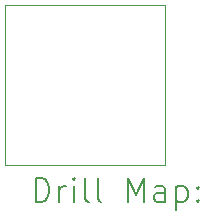
<source format=gbr>
%TF.GenerationSoftware,KiCad,Pcbnew,8.0.4*%
%TF.CreationDate,2024-09-30T00:27:13-04:00*%
%TF.ProjectId,AK_test,414b5f74-6573-4742-9e6b-696361645f70,rev?*%
%TF.SameCoordinates,Original*%
%TF.FileFunction,Drillmap*%
%TF.FilePolarity,Positive*%
%FSLAX45Y45*%
G04 Gerber Fmt 4.5, Leading zero omitted, Abs format (unit mm)*
G04 Created by KiCad (PCBNEW 8.0.4) date 2024-09-30 00:27:13*
%MOMM*%
%LPD*%
G01*
G04 APERTURE LIST*
%ADD10C,0.050000*%
%ADD11C,0.200000*%
G04 APERTURE END LIST*
D10*
X11375000Y-6100000D02*
X12725000Y-6100000D01*
X12725000Y-7450000D01*
X11375000Y-7450000D01*
X11375000Y-6100000D01*
D11*
X11633277Y-7763984D02*
X11633277Y-7563984D01*
X11633277Y-7563984D02*
X11680896Y-7563984D01*
X11680896Y-7563984D02*
X11709467Y-7573508D01*
X11709467Y-7573508D02*
X11728515Y-7592555D01*
X11728515Y-7592555D02*
X11738039Y-7611603D01*
X11738039Y-7611603D02*
X11747562Y-7649698D01*
X11747562Y-7649698D02*
X11747562Y-7678269D01*
X11747562Y-7678269D02*
X11738039Y-7716365D01*
X11738039Y-7716365D02*
X11728515Y-7735412D01*
X11728515Y-7735412D02*
X11709467Y-7754460D01*
X11709467Y-7754460D02*
X11680896Y-7763984D01*
X11680896Y-7763984D02*
X11633277Y-7763984D01*
X11833277Y-7763984D02*
X11833277Y-7630650D01*
X11833277Y-7668746D02*
X11842801Y-7649698D01*
X11842801Y-7649698D02*
X11852324Y-7640174D01*
X11852324Y-7640174D02*
X11871372Y-7630650D01*
X11871372Y-7630650D02*
X11890420Y-7630650D01*
X11957086Y-7763984D02*
X11957086Y-7630650D01*
X11957086Y-7563984D02*
X11947562Y-7573508D01*
X11947562Y-7573508D02*
X11957086Y-7583031D01*
X11957086Y-7583031D02*
X11966610Y-7573508D01*
X11966610Y-7573508D02*
X11957086Y-7563984D01*
X11957086Y-7563984D02*
X11957086Y-7583031D01*
X12080896Y-7763984D02*
X12061848Y-7754460D01*
X12061848Y-7754460D02*
X12052324Y-7735412D01*
X12052324Y-7735412D02*
X12052324Y-7563984D01*
X12185658Y-7763984D02*
X12166610Y-7754460D01*
X12166610Y-7754460D02*
X12157086Y-7735412D01*
X12157086Y-7735412D02*
X12157086Y-7563984D01*
X12414229Y-7763984D02*
X12414229Y-7563984D01*
X12414229Y-7563984D02*
X12480896Y-7706841D01*
X12480896Y-7706841D02*
X12547562Y-7563984D01*
X12547562Y-7563984D02*
X12547562Y-7763984D01*
X12728515Y-7763984D02*
X12728515Y-7659222D01*
X12728515Y-7659222D02*
X12718991Y-7640174D01*
X12718991Y-7640174D02*
X12699943Y-7630650D01*
X12699943Y-7630650D02*
X12661848Y-7630650D01*
X12661848Y-7630650D02*
X12642801Y-7640174D01*
X12728515Y-7754460D02*
X12709467Y-7763984D01*
X12709467Y-7763984D02*
X12661848Y-7763984D01*
X12661848Y-7763984D02*
X12642801Y-7754460D01*
X12642801Y-7754460D02*
X12633277Y-7735412D01*
X12633277Y-7735412D02*
X12633277Y-7716365D01*
X12633277Y-7716365D02*
X12642801Y-7697317D01*
X12642801Y-7697317D02*
X12661848Y-7687793D01*
X12661848Y-7687793D02*
X12709467Y-7687793D01*
X12709467Y-7687793D02*
X12728515Y-7678269D01*
X12823753Y-7630650D02*
X12823753Y-7830650D01*
X12823753Y-7640174D02*
X12842801Y-7630650D01*
X12842801Y-7630650D02*
X12880896Y-7630650D01*
X12880896Y-7630650D02*
X12899943Y-7640174D01*
X12899943Y-7640174D02*
X12909467Y-7649698D01*
X12909467Y-7649698D02*
X12918991Y-7668746D01*
X12918991Y-7668746D02*
X12918991Y-7725888D01*
X12918991Y-7725888D02*
X12909467Y-7744936D01*
X12909467Y-7744936D02*
X12899943Y-7754460D01*
X12899943Y-7754460D02*
X12880896Y-7763984D01*
X12880896Y-7763984D02*
X12842801Y-7763984D01*
X12842801Y-7763984D02*
X12823753Y-7754460D01*
X13004705Y-7744936D02*
X13014229Y-7754460D01*
X13014229Y-7754460D02*
X13004705Y-7763984D01*
X13004705Y-7763984D02*
X12995182Y-7754460D01*
X12995182Y-7754460D02*
X13004705Y-7744936D01*
X13004705Y-7744936D02*
X13004705Y-7763984D01*
X13004705Y-7640174D02*
X13014229Y-7649698D01*
X13014229Y-7649698D02*
X13004705Y-7659222D01*
X13004705Y-7659222D02*
X12995182Y-7649698D01*
X12995182Y-7649698D02*
X13004705Y-7640174D01*
X13004705Y-7640174D02*
X13004705Y-7659222D01*
M02*

</source>
